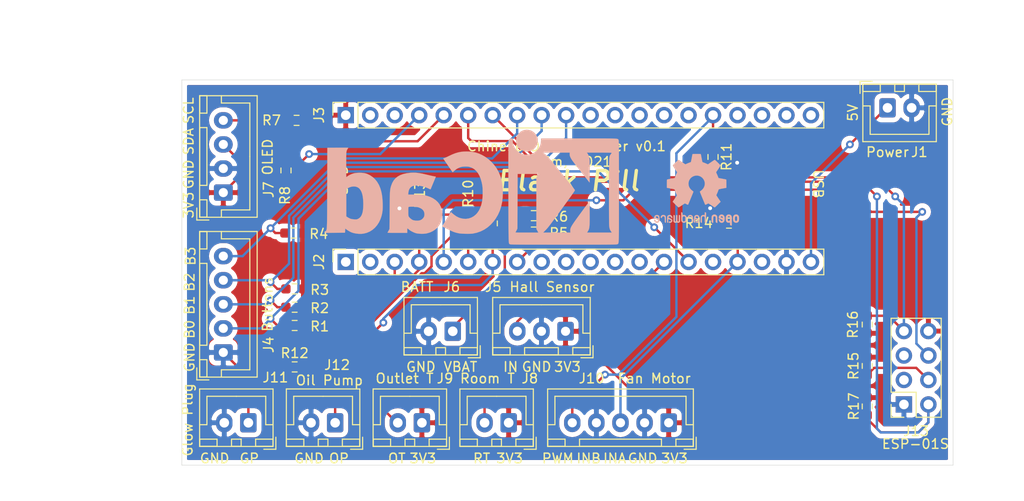
<source format=kicad_pcb>
(kicad_pcb (version 20171130) (host pcbnew "(5.1.9)-1")
  (layers (0 F.Cu signal) (31 B.Cu signal) (34 B.Paste user) (35 F.Paste user) (36 B.SilkS user) (37 F.SilkS user) (38 B.Mask user) (39 F.Mask user) (44 Edge.Cuts user))
  (net 0 "")
  (net 1 GND)
  (net 2 /5V)
  (net 3 "Net-(J2-Pad1)")
  (net 4 /M_INA)
  (net 5 /GP_SIG)
  (net 6 /OP_SIG)
  (net 7 /OT)
  (net 8 /RT)
  (net 9 /VPWR)
  (net 10 "Net-(J2-Pad9)")
  (net 11 "Net-(J2-Pad10)")
  (net 12 "Net-(J2-Pad11)")
  (net 13 "Net-(J2-Pad12)")
  (net 14 "Net-(J2-Pad13)")
  (net 15 /M_RUN)
  (net 16 /BTN0)
  (net 17 "Net-(J2-Pad16)")
  (net 18 "Net-(J2-Pad18)")
  (net 19 "Net-(J3-Pad20)")
  (net 20 "Net-(J3-Pad19)")
  (net 21 "Net-(J3-Pad18)")
  (net 22 "Net-(J3-Pad17)")
  (net 23 /M_PWM)
  (net 24 /PWMR1)
  (net 25 /PWMR2)
  (net 26 "Net-(J3-Pad13)")
  (net 27 "Net-(J3-Pad12)")
  (net 28 "Net-(J3-Pad11)")
  (net 29 /BTN1)
  (net 30 /BTN2)
  (net 31 /BTN3)
  (net 32 /SCL)
  (net 33 /SDA)
  (net 34 "Net-(J3-Pad3)")
  (net 35 "Net-(J3-Pad2)")
  (net 36 /3V3)
  (net 37 /VBAT)
  (net 38 /RST)
  (net 39 /W_RXD)
  (net 40 /W_TXD)
  (net 41 /W_GPIO2)
  (net 42 /W_CH_PD)
  (net 43 /W_GPIO0)
  (net 44 /LED)
  (module Connector_JST:JST_XH_B2B-XH-A_1x02_P2.50mm_Vertical (layer F.Cu) (at 108.1 86.1 180)
    (fp_text reference J6 (at 0.1 4.6) (layer F.SilkS))
    (fp_text value "Battery Mon")
    (pad 1 thru_hole roundrect (at 0 0 180) (size 1.7 2) (drill 1) (layers *.Cu *.Mask) (roundrect_rratio 0.147059) (net 37 /VBAT))
    (pad 2 thru_hole oval (at 2.5 0 180) (size 1.7 2) (drill 1) (layers *.Cu *.Mask) (net 1 GND))
  )
  (module Symbol:OSHW-Logo2_9.8x8mm_SilkScreen (layer B.Cu) (at 133.4 71.4 180)
    (fp_text reference REF** hide)
    (fp_text value OSHW-Logo2_9.8x8mm_SilkScreen hide)
  )
  (module Symbol:KiCad-Logo_12mm_SilkScreen (layer B.Cu) (at 110.1 71.1 180)
    (fp_text reference REF** hide)
    (fp_text value KiCad-Logo_12mm_SilkScreen hide)
  )
  (module Connector_JST:JST_XH_B2B-XH-A_1x02_P2.50mm_Vertical (layer F.Cu) (at 153.2 62.9)
    (fp_text reference J1 (at 3.3 4.6) (layer F.SilkS))
    (fp_text value "5V Power")
    (pad 2 thru_hole oval (at 2.5 0) (size 1.7 2) (drill 1) (layers *.Cu *.Mask) (net 1 GND))
    (pad 1 thru_hole roundrect (at 0 0) (size 1.7 2) (drill 1) (layers *.Cu *.Mask) (roundrect_rratio 0.147059) (net 2 /5V))
  )
  (module Connector_PinSocket_2.54mm:PinSocket_1x20_P2.54mm_Vertical (layer F.Cu) (at 97 78.9 90)
    (fp_text reference J2 (at 0 -2.77 90) (layer F.SilkS))
    (fp_text value "Black Pill Left")
    (pad 1 thru_hole rect (at 0 0 90) (size 1.7 1.7) (drill 1) (layers *.Cu *.Mask) (net 3 "Net-(J2-Pad1)"))
    (pad 2 thru_hole oval (at 0 2.54 90) (size 1.7 1.7) (drill 1) (layers *.Cu *.Mask) (net 44 /LED))
    (pad 3 thru_hole oval (at 0 5.08 90) (size 1.7 1.7) (drill 1) (layers *.Cu *.Mask) (net 5 /GP_SIG))
    (pad 4 thru_hole oval (at 0 7.62 90) (size 1.7 1.7) (drill 1) (layers *.Cu *.Mask) (net 6 /OP_SIG))
    (pad 5 thru_hole oval (at 0 10.16 90) (size 1.7 1.7) (drill 1) (layers *.Cu *.Mask) (net 38 /RST))
    (pad 6 thru_hole oval (at 0 12.7 90) (size 1.7 1.7) (drill 1) (layers *.Cu *.Mask) (net 7 /OT))
    (pad 7 thru_hole oval (at 0 15.24 90) (size 1.7 1.7) (drill 1) (layers *.Cu *.Mask) (net 8 /RT))
    (pad 8 thru_hole oval (at 0 17.78 90) (size 1.7 1.7) (drill 1) (layers *.Cu *.Mask) (net 9 /VPWR))
    (pad 9 thru_hole oval (at 0 20.32 90) (size 1.7 1.7) (drill 1) (layers *.Cu *.Mask) (net 10 "Net-(J2-Pad9)"))
    (pad 10 thru_hole oval (at 0 22.86 90) (size 1.7 1.7) (drill 1) (layers *.Cu *.Mask) (net 11 "Net-(J2-Pad10)"))
    (pad 11 thru_hole oval (at 0 25.4 90) (size 1.7 1.7) (drill 1) (layers *.Cu *.Mask) (net 12 "Net-(J2-Pad11)"))
    (pad 12 thru_hole oval (at 0 27.94 90) (size 1.7 1.7) (drill 1) (layers *.Cu *.Mask) (net 13 "Net-(J2-Pad12)"))
    (pad 13 thru_hole oval (at 0 30.48 90) (size 1.7 1.7) (drill 1) (layers *.Cu *.Mask) (net 14 "Net-(J2-Pad13)"))
    (pad 14 thru_hole oval (at 0 33.02 90) (size 1.7 1.7) (drill 1) (layers *.Cu *.Mask) (net 15 /M_RUN))
    (pad 15 thru_hole oval (at 0 35.56 90) (size 1.7 1.7) (drill 1) (layers *.Cu *.Mask) (net 16 /BTN0))
    (pad 16 thru_hole oval (at 0 38.1 90) (size 1.7 1.7) (drill 1) (layers *.Cu *.Mask) (net 17 "Net-(J2-Pad16)"))
    (pad 17 thru_hole oval (at 0 40.64 90) (size 1.7 1.7) (drill 1) (layers *.Cu *.Mask) (net 4 /M_INA))
    (pad 18 thru_hole oval (at 0 43.18 90) (size 1.7 1.7) (drill 1) (layers *.Cu *.Mask) (net 18 "Net-(J2-Pad18)"))
    (pad 19 thru_hole oval (at 0 45.72 90) (size 1.7 1.7) (drill 1) (layers *.Cu *.Mask) (net 1 GND))
    (pad 20 thru_hole oval (at 0 48.26 90) (size 1.7 1.7) (drill 1) (layers *.Cu *.Mask) (net 2 /5V))
  )
  (module Connector_PinSocket_2.54mm:PinSocket_1x20_P2.54mm_Vertical (layer F.Cu) (at 97 63.66 90)
    (fp_text reference J3 (at 0 -2.77 90) (layer F.SilkS))
    (fp_text value "Black Pill Right")
    (pad 20 thru_hole oval (at 0 48.26 90) (size 1.7 1.7) (drill 1) (layers *.Cu *.Mask) (net 19 "Net-(J3-Pad20)"))
    (pad 19 thru_hole oval (at 0 45.72 90) (size 1.7 1.7) (drill 1) (layers *.Cu *.Mask) (net 20 "Net-(J3-Pad19)"))
    (pad 18 thru_hole oval (at 0 43.18 90) (size 1.7 1.7) (drill 1) (layers *.Cu *.Mask) (net 21 "Net-(J3-Pad18)"))
    (pad 17 thru_hole oval (at 0 40.64 90) (size 1.7 1.7) (drill 1) (layers *.Cu *.Mask) (net 22 "Net-(J3-Pad17)"))
    (pad 16 thru_hole oval (at 0 38.1 90) (size 1.7 1.7) (drill 1) (layers *.Cu *.Mask) (net 23 /M_PWM))
    (pad 15 thru_hole oval (at 0 35.56 90) (size 1.7 1.7) (drill 1) (layers *.Cu *.Mask) (net 24 /PWMR1))
    (pad 14 thru_hole oval (at 0 33.02 90) (size 1.7 1.7) (drill 1) (layers *.Cu *.Mask) (net 25 /PWMR2))
    (pad 13 thru_hole oval (at 0 30.48 90) (size 1.7 1.7) (drill 1) (layers *.Cu *.Mask) (net 26 "Net-(J3-Pad13)"))
    (pad 12 thru_hole oval (at 0 27.94 90) (size 1.7 1.7) (drill 1) (layers *.Cu *.Mask) (net 27 "Net-(J3-Pad12)"))
    (pad 11 thru_hole oval (at 0 25.4 90) (size 1.7 1.7) (drill 1) (layers *.Cu *.Mask) (net 28 "Net-(J3-Pad11)"))
    (pad 10 thru_hole oval (at 0 22.86 90) (size 1.7 1.7) (drill 1) (layers *.Cu *.Mask) (net 29 /BTN1))
    (pad 9 thru_hole oval (at 0 20.32 90) (size 1.7 1.7) (drill 1) (layers *.Cu *.Mask) (net 30 /BTN2))
    (pad 8 thru_hole oval (at 0 17.78 90) (size 1.7 1.7) (drill 1) (layers *.Cu *.Mask) (net 31 /BTN3))
    (pad 7 thru_hole oval (at 0 15.24 90) (size 1.7 1.7) (drill 1) (layers *.Cu *.Mask) (net 39 /W_RXD))
    (pad 6 thru_hole oval (at 0 12.7 90) (size 1.7 1.7) (drill 1) (layers *.Cu *.Mask) (net 40 /W_TXD))
    (pad 5 thru_hole oval (at 0 10.16 90) (size 1.7 1.7) (drill 1) (layers *.Cu *.Mask) (net 32 /SCL))
    (pad 4 thru_hole oval (at 0 7.62 90) (size 1.7 1.7) (drill 1) (layers *.Cu *.Mask) (net 33 /SDA))
    (pad 3 thru_hole oval (at 0 5.08 90) (size 1.7 1.7) (drill 1) (layers *.Cu *.Mask) (net 34 "Net-(J3-Pad3)"))
    (pad 2 thru_hole oval (at 0 2.54 90) (size 1.7 1.7) (drill 1) (layers *.Cu *.Mask) (net 35 "Net-(J3-Pad2)"))
    (pad 1 thru_hole rect (at 0 0 90) (size 1.7 1.7) (drill 1) (layers *.Cu *.Mask) (net 36 /3V3))
  )
  (module Connector_JST:JST_XH_B5B-XH-A_1x05_P2.50mm_Vertical (layer F.Cu) (at 84.3 88.3 90)
    (fp_text reference J4 (at 0.8 4.7 90) (layer F.SilkS))
    (fp_text value Buttons)
    (pad 5 thru_hole oval (at 10 0 90) (size 1.7 1.95) (drill 0.95) (layers *.Cu *.Mask) (net 31 /BTN3))
    (pad 4 thru_hole oval (at 7.5 0 90) (size 1.7 1.95) (drill 0.95) (layers *.Cu *.Mask) (net 30 /BTN2))
    (pad 3 thru_hole oval (at 5 0 90) (size 1.7 1.95) (drill 0.95) (layers *.Cu *.Mask) (net 29 /BTN1))
    (pad 2 thru_hole oval (at 2.5 0 90) (size 1.7 1.95) (drill 0.95) (layers *.Cu *.Mask) (net 16 /BTN0))
    (pad 1 thru_hole roundrect (at 0 0 90) (size 1.7 1.95) (drill 0.95) (layers *.Cu *.Mask) (roundrect_rratio 0.147059) (net 1 GND))
  )
  (module Connector_JST:JST_XH_B3B-XH-A_1x03_P2.50mm_Vertical (layer F.Cu) (at 119.8 86.1 180)
    (fp_text reference J5 (at 7.5 4.6) (layer F.SilkS))
    (fp_text value "Hall Sensor")
    (pad 1 thru_hole roundrect (at 0 0 180) (size 1.7 1.95) (drill 0.95) (layers *.Cu *.Mask) (roundrect_rratio 0.147059) (net 36 /3V3))
    (pad 2 thru_hole oval (at 2.5 0 180) (size 1.7 1.95) (drill 0.95) (layers *.Cu *.Mask) (net 1 GND))
    (pad 3 thru_hole oval (at 5 0 180) (size 1.7 1.95) (drill 0.95) (layers *.Cu *.Mask) (net 15 /M_RUN))
  )
  (module Connector_JST:JST_XH_B4B-XH-A_1x04_P2.50mm_Vertical (layer F.Cu) (at 84.3 71.7 90)
    (fp_text reference J7 (at 0.3 4.7 90) (layer F.SilkS))
    (fp_text value OLED)
    (pad 1 thru_hole roundrect (at 0 0 90) (size 1.7 1.95) (drill 0.95) (layers *.Cu *.Mask) (roundrect_rratio 0.147059) (net 36 /3V3))
    (pad 2 thru_hole oval (at 2.5 0 90) (size 1.7 1.95) (drill 0.95) (layers *.Cu *.Mask) (net 1 GND))
    (pad 3 thru_hole oval (at 5 0 90) (size 1.7 1.95) (drill 0.95) (layers *.Cu *.Mask) (net 33 /SDA))
    (pad 4 thru_hole oval (at 7.5 0 90) (size 1.7 1.95) (drill 0.95) (layers *.Cu *.Mask) (net 32 /SCL))
  )
  (module Connector_JST:JST_XH_B2B-XH-A_1x02_P2.50mm_Vertical (layer F.Cu) (at 113.9 95.6 180)
    (fp_text reference J8 (at -2.2 4.6) (layer F.SilkS))
    (fp_text value "NTC50K Room Temperature")
    (pad 2 thru_hole oval (at 2.5 0 180) (size 1.7 2) (drill 1) (layers *.Cu *.Mask) (net 8 /RT))
    (pad 1 thru_hole roundrect (at 0 0 180) (size 1.7 2) (drill 1) (layers *.Cu *.Mask) (roundrect_rratio 0.147059) (net 36 /3V3))
  )
  (module Connector_JST:JST_XH_B2B-XH-A_1x02_P2.50mm_Vertical (layer F.Cu) (at 104.9 95.6 180)
    (fp_text reference J9 (at -2.4 4.6) (layer F.SilkS))
    (fp_text value "NTC50K Outlet Temperature")
    (pad 1 thru_hole roundrect (at 0 0 180) (size 1.7 2) (drill 1) (layers *.Cu *.Mask) (roundrect_rratio 0.147059) (net 36 /3V3))
    (pad 2 thru_hole oval (at 2.5 0 180) (size 1.7 2) (drill 1) (layers *.Cu *.Mask) (net 7 /OT))
  )
  (module Connector_JST:JST_XH_B5B-XH-A_1x05_P2.50mm_Vertical (layer F.Cu) (at 130.5 95.6 180)
    (fp_text reference J10 (at 8 4.6) (layer F.SilkS))
    (fp_text value Motor)
    (pad 1 thru_hole roundrect (at 0 0 180) (size 1.7 1.95) (drill 0.95) (layers *.Cu *.Mask) (roundrect_rratio 0.147059) (net 36 /3V3))
    (pad 2 thru_hole oval (at 2.5 0 180) (size 1.7 1.95) (drill 0.95) (layers *.Cu *.Mask) (net 1 GND))
    (pad 3 thru_hole oval (at 5 0 180) (size 1.7 1.95) (drill 0.95) (layers *.Cu *.Mask) (net 4 /M_INA))
    (pad 4 thru_hole oval (at 7.5 0 180) (size 1.7 1.95) (drill 0.95) (layers *.Cu *.Mask) (net 1 GND))
    (pad 5 thru_hole oval (at 10 0 180) (size 1.7 1.95) (drill 0.95) (layers *.Cu *.Mask) (net 23 /M_PWM))
  )
  (module Connector_JST:JST_XH_B2B-XH-A_1x02_P2.50mm_Vertical (layer F.Cu) (at 86.9 95.6 180)
    (fp_text reference J11 (at -2.8 4.7) (layer F.SilkS))
    (fp_text value "Glow Plug")
    (pad 2 thru_hole oval (at 2.5 0 180) (size 1.7 2) (drill 1) (layers *.Cu *.Mask) (net 1 GND))
    (pad 1 thru_hole roundrect (at 0 0 180) (size 1.7 2) (drill 1) (layers *.Cu *.Mask) (roundrect_rratio 0.147059) (net 5 /GP_SIG))
  )
  (module Connector_JST:JST_XH_B2B-XH-A_1x02_P2.50mm_Vertical (layer F.Cu) (at 95.9 95.6 180)
    (fp_text reference J12 (at -0.2 6) (layer F.SilkS))
    (fp_text value "Oil Plug")
    (pad 1 thru_hole roundrect (at 0 0 180) (size 1.7 2) (drill 1) (layers *.Cu *.Mask) (roundrect_rratio 0.147059) (net 6 /OP_SIG))
    (pad 2 thru_hole oval (at 2.5 0 180) (size 1.7 2) (drill 1) (layers *.Cu *.Mask) (net 1 GND))
  )
  (module Resistor_SMD:R_0603_1608Metric_Pad0.98x0.95mm_HandSolder (layer F.Cu) (at 91.7 85.5 180)
    (fp_text reference R1 (at -2.6 -0.1) (layer F.SilkS))
    (fp_text value 2K)
    (pad 1 smd roundrect (at -0.9125 0 180) (size 0.975 0.95) (layers F.Cu F.Paste F.Mask) (net 36 /3V3))
    (pad 2 smd roundrect (at 0.9125 0 180) (size 0.975 0.95) (layers F.Cu F.Paste F.Mask) (net 16 /BTN0))
  )
  (module Resistor_SMD:R_0603_1608Metric_Pad0.98x0.95mm_HandSolder (layer F.Cu) (at 91.7 83.6 180)
    (fp_text reference R2 (at -2.6 -0.1) (layer F.SilkS))
    (fp_text value 2K)
    (pad 2 smd roundrect (at 0.9125 0 180) (size 0.975 0.95) (layers F.Cu F.Paste F.Mask) (net 29 /BTN1))
    (pad 1 smd roundrect (at -0.9125 0 180) (size 0.975 0.95) (layers F.Cu F.Paste F.Mask) (net 36 /3V3))
  )
  (module Resistor_SMD:R_0603_1608Metric_Pad0.98x0.95mm_HandSolder (layer F.Cu) (at 91.7 81.7 180)
    (fp_text reference R3 (at -2.6 -0.1) (layer F.SilkS))
    (fp_text value 2K)
    (pad 1 smd roundrect (at -0.9125 0 180) (size 0.975 0.95) (layers F.Cu F.Paste F.Mask) (net 36 /3V3))
    (pad 2 smd roundrect (at 0.9125 0 180) (size 0.975 0.95) (layers F.Cu F.Paste F.Mask) (net 30 /BTN2))
  )
  (module Resistor_SMD:R_0603_1608Metric_Pad0.98x0.95mm_HandSolder (layer F.Cu) (at 91.6 75.9 180)
    (fp_text reference R4 (at -2.6 -0.1) (layer F.SilkS))
    (fp_text value 2K)
    (pad 2 smd roundrect (at 0.9125 0 180) (size 0.975 0.95) (layers F.Cu F.Paste F.Mask) (net 31 /BTN3))
    (pad 1 smd roundrect (at -0.9125 0 180) (size 0.975 0.95) (layers F.Cu F.Paste F.Mask) (net 36 /3V3))
  )
  (module Resistor_SMD:R_0603_1608Metric_Pad0.98x0.95mm_HandSolder (layer F.Cu) (at 116.5 75.8 180)
    (fp_text reference R5 (at -2.6 -0.1) (layer F.SilkS))
    (fp_text value 6.8K)
    (pad 1 smd roundrect (at -0.9125 0 180) (size 0.975 0.95) (layers F.Cu F.Paste F.Mask) (net 9 /VPWR))
    (pad 2 smd roundrect (at 0.9125 0 180) (size 0.975 0.95) (layers F.Cu F.Paste F.Mask) (net 37 /VBAT))
  )
  (module Resistor_SMD:R_0603_1608Metric_Pad0.98x0.95mm_HandSolder (layer F.Cu) (at 116.5 74.1 180)
    (fp_text reference R6 (at -2.6 -0.1) (layer F.SilkS))
    (fp_text value 3.3K)
    (pad 2 smd roundrect (at 0.9125 0 180) (size 0.975 0.95) (layers F.Cu F.Paste F.Mask) (net 1 GND))
    (pad 1 smd roundrect (at -0.9125 0 180) (size 0.975 0.95) (layers F.Cu F.Paste F.Mask) (net 9 /VPWR))
  )
  (module Resistor_SMD:R_0603_1608Metric_Pad0.98x0.95mm_HandSolder (layer F.Cu) (at 91.9 64.2)
    (fp_text reference R7 (at -2.6 0) (layer F.SilkS))
    (fp_text value 1K)
    (pad 1 smd roundrect (at -0.9125 0) (size 0.975 0.95) (layers F.Cu F.Paste F.Mask) (net 32 /SCL))
    (pad 2 smd roundrect (at 0.9125 0) (size 0.975 0.95) (layers F.Cu F.Paste F.Mask) (net 36 /3V3))
  )
  (module Resistor_SMD:R_0603_1608Metric_Pad0.98x0.95mm_HandSolder (layer F.Cu) (at 90.8 69.4 270)
    (fp_text reference R8 (at 2.6 0.1 90) (layer F.SilkS))
    (fp_text value 1K)
    (pad 2 smd roundrect (at 0.9125 0 270) (size 0.975 0.95) (layers F.Cu F.Paste F.Mask) (net 36 /3V3))
    (pad 1 smd roundrect (at -0.9125 0 270) (size 0.975 0.95) (layers F.Cu F.Paste F.Mask) (net 33 /SDA))
  )
  (module Resistor_SMD:R_0603_1608Metric_Pad0.98x0.95mm_HandSolder (layer F.Cu) (at 112.2 74.9 270)
    (fp_text reference R9 (at -2.6 0 90) (layer F.SilkS))
    (fp_text value 51K)
    (pad 1 smd roundrect (at -0.9125 0 270) (size 0.975 0.95) (layers F.Cu F.Paste F.Mask) (net 1 GND))
    (pad 2 smd roundrect (at 0.9125 0 270) (size 0.975 0.95) (layers F.Cu F.Paste F.Mask) (net 8 /RT))
  )
  (module Resistor_SMD:R_0603_1608Metric_Pad0.98x0.95mm_HandSolder (layer F.Cu) (at 109.7 74.9 270)
    (fp_text reference R10 (at -3.1 0 90) (layer F.SilkS))
    (fp_text value 51K)
    (pad 2 smd roundrect (at 0.9125 0 270) (size 0.975 0.95) (layers F.Cu F.Paste F.Mask) (net 7 /OT))
    (pad 1 smd roundrect (at -0.9125 0 270) (size 0.975 0.95) (layers F.Cu F.Paste F.Mask) (net 1 GND))
  )
  (module Resistor_SMD:R_0603_1608Metric_Pad0.98x0.95mm_HandSolder (layer F.Cu) (at 135.1 68 90)
    (fp_text reference R11 (at 0 1.4 90) (layer F.SilkS))
    (fp_text value 2K)
    (pad 2 smd roundrect (at 0.9125 0 90) (size 0.975 0.95) (layers F.Cu F.Paste F.Mask) (net 23 /M_PWM))
    (pad 1 smd roundrect (at -0.9125 0 90) (size 0.975 0.95) (layers F.Cu F.Paste F.Mask) (net 1 GND))
  )
  (module Resistor_SMD:R_0603_1608Metric_Pad0.98x0.95mm_HandSolder (layer F.Cu) (at 91.7 89.8)
    (fp_text reference R12 (at 0 -1.43) (layer F.SilkS))
    (fp_text value 2K)
    (pad 2 smd roundrect (at 0.9125 0) (size 0.975 0.95) (layers F.Cu F.Paste F.Mask) (net 5 /GP_SIG))
    (pad 1 smd roundrect (at -0.9125 0) (size 0.975 0.95) (layers F.Cu F.Paste F.Mask) (net 1 GND))
  )
  (module Resistor_SMD:R_0603_1608Metric_Pad0.98x0.95mm_HandSolder (layer F.Cu) (at 104.6 74.9 270)
    (fp_text reference R13 (at -3 -0.1 90) (layer F.SilkS))
    (fp_text value 2K)
    (pad 1 smd roundrect (at -0.9125 0 270) (size 0.975 0.95) (layers F.Cu F.Paste F.Mask) (net 1 GND))
    (pad 2 smd roundrect (at 0.9125 0 270) (size 0.975 0.95) (layers F.Cu F.Paste F.Mask) (net 6 /OP_SIG))
  )
  (module Resistor_SMD:R_0603_1608Metric_Pad0.98x0.95mm_HandSolder (layer F.Cu) (at 136.75 74.87)
    (fp_text reference R14 (at -3.13 0) (layer F.SilkS))
    (fp_text value 2K)
    (pad 1 smd roundrect (at -0.9125 0) (size 0.975 0.95) (layers F.Cu F.Paste F.Mask) (net 1 GND))
    (pad 2 smd roundrect (at 0.9125 0) (size 0.975 0.95) (layers F.Cu F.Paste F.Mask) (net 4 /M_INA))
  )
  (module Connector_PinSocket_2.54mm:PinSocket_2x04_P2.54mm_Vertical (layer F.Cu) (at 154.9 93.7 180)
    (fp_text reference J13 (at -1.27 -2.77) (layer F.SilkS))
    (fp_text value ESP-01S)
    (pad 1 thru_hole rect (at 0 0 180) (size 1.7 1.7) (drill 1) (layers *.Cu *.Mask) (net 1 GND))
    (pad 2 thru_hole oval (at -2.54 0 180) (size 1.7 1.7) (drill 1) (layers *.Cu *.Mask) (net 40 /W_TXD))
    (pad 3 thru_hole oval (at 0 2.54 180) (size 1.7 1.7) (drill 1) (layers *.Cu *.Mask) (net 41 /W_GPIO2))
    (pad 4 thru_hole oval (at -2.54 2.54 180) (size 1.7 1.7) (drill 1) (layers *.Cu *.Mask) (net 42 /W_CH_PD))
    (pad 5 thru_hole oval (at 0 5.08 180) (size 1.7 1.7) (drill 1) (layers *.Cu *.Mask) (net 43 /W_GPIO0))
    (pad 6 thru_hole oval (at -2.54 5.08 180) (size 1.7 1.7) (drill 1) (layers *.Cu *.Mask) (net 38 /RST))
    (pad 7 thru_hole oval (at 0 7.62 180) (size 1.7 1.7) (drill 1) (layers *.Cu *.Mask) (net 39 /W_RXD))
    (pad 8 thru_hole oval (at -2.54 7.62 180) (size 1.7 1.7) (drill 1) (layers *.Cu *.Mask) (net 36 /3V3))
  )
  (module Resistor_SMD:R_0603_1608Metric_Pad0.98x0.95mm_HandSolder (layer F.Cu) (at 151.1 89.7 90)
    (fp_text reference R15 (at 0 -1.43 90) (layer F.SilkS))
    (fp_text value 2K)
    (pad 1 smd roundrect (at -0.9125 0 90) (size 0.975 0.95) (layers F.Cu F.Paste F.Mask) (net 42 /W_CH_PD))
    (pad 2 smd roundrect (at 0.9125 0 90) (size 0.975 0.95) (layers F.Cu F.Paste F.Mask) (net 36 /3V3))
  )
  (module Resistor_SMD:R_0603_1608Metric_Pad0.98x0.95mm_HandSolder (layer F.Cu) (at 151.1 85.4 270)
    (fp_text reference R16 (at 0 1.5 90) (layer F.SilkS))
    (fp_text value 100K)
    (pad 2 smd roundrect (at 0.9125 0 270) (size 0.975 0.95) (layers F.Cu F.Paste F.Mask) (net 36 /3V3))
    (pad 1 smd roundrect (at -0.9125 0 270) (size 0.975 0.95) (layers F.Cu F.Paste F.Mask) (net 39 /W_RXD))
  )
  (module Resistor_SMD:R_0603_1608Metric_Pad0.98x0.95mm_HandSolder (layer F.Cu) (at 151.1 93.9 90)
    (fp_text reference R17 (at 0 -1.4 90) (layer F.SilkS))
    (fp_text value 100K)
    (pad 1 smd roundrect (at -0.9125 0 90) (size 0.975 0.95) (layers F.Cu F.Paste F.Mask) (net 40 /W_TXD))
    (pad 2 smd roundrect (at 0.9125 0 90) (size 0.975 0.95) (layers F.Cu F.Paste F.Mask) (net 36 /3V3))
  )
  (gr_text ESP-01S (at 156.1 97.8) (layer F.SilkS) (effects (font (size 1 1))))
  (gr_text VBAT (at 108.9 89.8) (layer F.SilkS) (effects (font (size 1 1))))
  (gr_text GND (at 104.8 89.8) (layer F.SilkS) (effects (font (size 1 1))))
  (gr_text IN (at 114.1 89.8) (layer F.SilkS) (effects (font (size 1 1))))
  (gr_text GND (at 116.8 89.8) (layer F.SilkS) (effects (font (size 1 1))))
  (gr_text 3V3 (at 120 89.8) (layer F.SilkS) (effects (font (size 1 1))))
  (gr_text GND (at 159.4 63.3 90) (layer F.SilkS) (effects (font (size 1 1))))
  (gr_text 5V (at 149.6 63.4 90) (layer F.SilkS) (effects (font (size 1 1))))
  (gr_text Power (at 153.2 67.5) (layer F.SilkS) (effects (font (size 1 1))))
  (gr_text "Hall Sensor" (at 118.4 81.5) (layer F.SilkS) (effects (font (size 1 1))))
  (gr_text BATT (at 104.4 81.5) (layer F.SilkS) (effects (font (size 1 1))))
  (gr_text PWM (at 119 99.3) (layer F.SilkS) (effects (font (size 1 1))))
  (gr_text INB (at 122.2 99.3) (layer F.SilkS) (effects (font (size 1 1))))
  (gr_text INA (at 124.9 99.3) (layer F.SilkS) (effects (font (size 1 1))))
  (gr_text GND (at 127.8 99.3) (layer F.SilkS) (effects (font (size 1 1))))
  (gr_text 3V3 (at 131.1 99.3) (layer F.SilkS) (effects (font (size 1 1))))
  (gr_text RT (at 111.1 99.3) (layer F.SilkS) (effects (font (size 1 1))))
  (gr_text 3V3 (at 114 99.3) (layer F.SilkS) (effects (font (size 1 1))))
  (gr_text 3V3 (at 105 99.3) (layer F.SilkS) (effects (font (size 1 1))))
  (gr_text OT (at 102.3 99.3) (layer F.SilkS) (effects (font (size 1 1))))
  (gr_text OP (at 96.3 99.3) (layer F.SilkS) (effects (font (size 1 1))))
  (gr_text GND (at 93.2 99.3) (layer F.SilkS) (effects (font (size 1 1))))
  (gr_text GP (at 87 99.3) (layer F.SilkS) (effects (font (size 1 1))))
  (gr_text GND (at 83.4 99.3) (layer F.SilkS) (effects (font (size 1 1))))
  (gr_text "Fan Motor" (at 129 91) (layer F.SilkS) (effects (font (size 1 1))))
  (gr_text "Room T" (at 111.7 91) (layer F.SilkS) (effects (font (size 1 1))))
  (gr_text "Outlet T" (at 103.1 91) (layer F.SilkS) (effects (font (size 1 1))))
  (gr_text "Oil Pump" (at 95.3 91.2) (layer F.SilkS) (effects (font (size 1 1))))
  (gr_text "Glow Plug" (at 80.6 95.3 90) (layer F.SilkS) (effects (font (size 1 1))))
  (gr_text GND (at 80.8 88.8 90) (layer F.SilkS) (effects (font (size 1 1))))
  (gr_text B0 (at 80.8 85.9 90) (layer F.SilkS) (effects (font (size 1 1))))
  (gr_text B1 (at 80.8 83.4 90) (layer F.SilkS) (effects (font (size 1 1))))
  (gr_text B2 (at 80.8 81 90) (layer F.SilkS) (effects (font (size 1 1))))
  (gr_text B3 (at 80.9 78.3 90) (layer F.SilkS) (effects (font (size 1 1))))
  (gr_text Buttons (at 88.9 83.3 90) (layer F.SilkS) (effects (font (size 1 1))))
  (gr_text 3V3 (at 80.7 73 90) (layer F.SilkS) (effects (font (size 1 1))))
  (gr_text GND (at 80.7 69.8 90) (layer F.SilkS) (effects (font (size 1 1))))
  (gr_text SDA (at 80.7 66.4 90) (layer F.SilkS) (effects (font (size 1 1))))
  (gr_text SCL (at 80.7 63.2 90) (layer F.SilkS) (effects (font (size 1 1))))
  (gr_text OLED (at 88.9 68 90) (layer F.SilkS) (effects (font (size 1 1))))
  (gr_text "Chinese Diesel Heater v0.1\nH.Kim, 2021" (at 119.9 67.7) (layer F.SilkS) (effects (font (size 1 1))))
  (gr_text USB (at 146 70.8 -90) (layer F.SilkS) (effects (font (size 1 1))))
  (gr_text SWD (at 96.7 70.4 90) (layer F.SilkS) (effects (font (size 1 1))))
  (gr_text "Black Pill" (at 120.1 70.5) (layer F.SilkS) (effects (font (size 2 2) (thickness 0.35) italic)))
  (gr_line (start 80 60) (end 80 100) (layer Edge.Cuts) (width 0.05))
  (gr_line (start 160 60) (end 80 60) (layer Edge.Cuts) (width 0.05))
  (gr_line (start 160 100) (end 160 60) (layer Edge.Cuts) (width 0.05))
  (gr_line (start 80 100) (end 160 100) (layer Edge.Cuts) (width 0.05))
  (segment (start 85.8 89.8) (end 84.3 88.3) (width 0.25) (layer F.Cu) (net 1))
  (segment (start 90.7875 89.8) (end 85.8 89.8) (width 0.25) (layer F.Cu) (net 1))
  (segment (start 104.6 73.9875) (end 109.7 73.9875) (width 0.25) (layer F.Cu) (net 1))
  (segment (start 109.7 73.9875) (end 112.2 73.9875) (width 0.25) (layer F.Cu) (net 1))
  (segment (start 112.3125 74.1) (end 112.2 73.9875) (width 0.25) (layer F.Cu) (net 1))
  (segment (start 115.5875 74.1) (end 112.3125 74.1) (width 0.25) (layer F.Cu) (net 1))
  (segment (start 117.3 86.1) (end 117.3 88.1) (width 0.25) (layer F.Cu) (net 1))
  (segment (start 117.3 88.1) (end 118.8 89.6) (width 0.25) (layer F.Cu) (net 1))
  (segment (start 128 93.626998) (end 128 95.6) (width 0.25) (layer F.Cu) (net 1))
  (segment (start 123.973002 89.6) (end 128 93.626998) (width 0.25) (layer F.Cu) (net 1))
  (segment (start 118.8 89.6) (end 123.973002 89.6) (width 0.25) (layer F.Cu) (net 1))
  (segment (start 135.1 68.9125) (end 137.2875 68.9125) (width 0.25) (layer F.Cu) (net 1))
  (segment (start 137.2875 68.9125) (end 137.6 68.6) (width 0.25) (layer F.Cu) (net 1))
  (via (at 137.6 68.6) (size 0.8) (drill 0.4) (layers F.Cu B.Cu) (net 1))
  (segment (start 104.6 73.9875) (end 103.2175 73.9875) (width 0.25) (layer F.Cu) (net 1))
  (segment (start 103.2175 73.9875) (end 102.57 73.34) (width 0.25) (layer F.Cu) (net 1))
  (via (at 102.57 73.34) (size 0.8) (drill 0.4) (layers F.Cu B.Cu) (net 1))
  (segment (start 135.8375 74.87) (end 135.8375 74.3575) (width 0.25) (layer F.Cu) (net 1))
  (segment (start 135.8375 74.3575) (end 134.8 73.32) (width 0.25) (layer F.Cu) (net 1))
  (via (at 134.8 73.32) (size 0.8) (drill 0.4) (layers F.Cu B.Cu) (net 1))
  (via (at 149.3 66.7) (size 0.8) (drill 0.4) (layers F.Cu B.Cu) (net 2))
  (segment (start 145.26 70.74) (end 149.3 66.7) (width 0.25) (layer B.Cu) (net 2))
  (segment (start 145.26 78.9) (end 145.26 70.74) (width 0.25) (layer B.Cu) (net 2))
  (segment (start 153.1 62.9) (end 149.3 66.7) (width 0.25) (layer F.Cu) (net 2))
  (segment (start 153.2 62.9) (end 153.1 62.9) (width 0.25) (layer F.Cu) (net 2))
  (segment (start 125.5 95.6) (end 125.5 91.03641) (width 0.25) (layer B.Cu) (net 4))
  (segment (start 137.63641 78.9) (end 137.64 78.9) (width 0.25) (layer B.Cu) (net 4))
  (segment (start 125.5 91.03641) (end 137.63641 78.9) (width 0.25) (layer B.Cu) (net 4))
  (segment (start 137.6625 78.8775) (end 137.64 78.9) (width 0.25) (layer F.Cu) (net 4))
  (segment (start 137.6625 74.87) (end 137.6625 78.8775) (width 0.25) (layer F.Cu) (net 4))
  (segment (start 86.9 95.6) (end 86.9 93.4) (width 0.25) (layer F.Cu) (net 5))
  (segment (start 86.9 93.4) (end 89.2 91.1) (width 0.25) (layer F.Cu) (net 5))
  (segment (start 91.3125 91.1) (end 92.6125 89.8) (width 0.25) (layer F.Cu) (net 5))
  (segment (start 89.2 91.1) (end 91.3125 91.1) (width 0.25) (layer F.Cu) (net 5))
  (segment (start 102.08 81.593002) (end 102.08 78.9) (width 0.25) (layer F.Cu) (net 5))
  (segment (start 93.873002 89.8) (end 102.08 81.593002) (width 0.25) (layer F.Cu) (net 5))
  (segment (start 92.6125 89.8) (end 93.873002 89.8) (width 0.25) (layer F.Cu) (net 5))
  (segment (start 95.9 95.6) (end 95.9 88.409412) (width 0.25) (layer F.Cu) (net 6))
  (segment (start 104.62 79.689412) (end 104.62 78.9) (width 0.25) (layer F.Cu) (net 6))
  (segment (start 95.9 88.409412) (end 104.62 79.689412) (width 0.25) (layer F.Cu) (net 6))
  (segment (start 104.62 75.8325) (end 104.6 75.8125) (width 0.25) (layer F.Cu) (net 6))
  (segment (start 104.62 78.9) (end 104.62 75.8325) (width 0.25) (layer F.Cu) (net 6))
  (segment (start 102.4 95.6) (end 102.3 95.6) (width 0.25) (layer F.Cu) (net 7))
  (segment (start 102.3 95.6) (end 96.35001 89.65001) (width 0.25) (layer F.Cu) (net 7))
  (segment (start 96.35001 89.65001) (end 96.35001 88.595812) (width 0.25) (layer F.Cu) (net 7))
  (segment (start 105.184001 80.075001) (end 105.9 79.359002) (width 0.25) (layer F.Cu) (net 7))
  (segment (start 104.870821 80.075001) (end 105.184001 80.075001) (width 0.25) (layer F.Cu) (net 7))
  (segment (start 96.35001 88.595812) (end 104.870821 80.075001) (width 0.25) (layer F.Cu) (net 7))
  (segment (start 105.9 79.359002) (end 105.9 78.3) (width 0.25) (layer F.Cu) (net 7))
  (segment (start 108.3875 75.8125) (end 109.7 75.8125) (width 0.25) (layer F.Cu) (net 7))
  (segment (start 105.9 78.3) (end 108.3875 75.8125) (width 0.25) (layer F.Cu) (net 7))
  (segment (start 109.7 78.9) (end 109.7 75.8125) (width 0.25) (layer F.Cu) (net 7))
  (segment (start 112.24 75.9525) (end 112.2 75.9125) (width 0.25) (layer F.Cu) (net 8))
  (segment (start 111.9 79.24) (end 112.24 78.9) (width 0.25) (layer B.Cu) (net 8))
  (segment (start 112.24 75.8525) (end 112.2 75.8125) (width 0.25) (layer F.Cu) (net 8))
  (segment (start 112.24 78.9) (end 112.24 75.8525) (width 0.25) (layer F.Cu) (net 8))
  (segment (start 112.24 78.9) (end 112.24 80.16) (width 0.25) (layer B.Cu) (net 8))
  (segment (start 112.24 80.16) (end 111.1 81.3) (width 0.25) (layer B.Cu) (net 8))
  (segment (start 111.1 81.3) (end 104.4 81.3) (width 0.25) (layer B.Cu) (net 8))
  (segment (start 104.4 81.3) (end 100.9 84.8) (width 0.25) (layer B.Cu) (net 8))
  (via (at 100.9 85.2) (size 0.8) (drill 0.4) (layers F.Cu B.Cu) (net 8))
  (segment (start 100.9 84.8) (end 100.9 85.2) (width 0.25) (layer B.Cu) (net 8))
  (segment (start 100.9 85.2) (end 97.2 88.9) (width 0.25) (layer F.Cu) (net 8))
  (segment (start 97.2 88.9) (end 97.2 89.86359) (width 0.25) (layer F.Cu) (net 8))
  (segment (start 97.2 89.86359) (end 98.13641 90.8) (width 0.25) (layer F.Cu) (net 8))
  (segment (start 98.13641 90.8) (end 110.1 90.8) (width 0.25) (layer F.Cu) (net 8))
  (segment (start 111.4 92.1) (end 111.4 95.6) (width 0.25) (layer F.Cu) (net 8))
  (segment (start 110.1 90.8) (end 111.4 92.1) (width 0.25) (layer F.Cu) (net 8))
  (segment (start 117.4125 76.2675) (end 117.4125 75.8) (width 0.25) (layer F.Cu) (net 9))
  (segment (start 114.78 78.9) (end 117.4125 76.2675) (width 0.25) (layer F.Cu) (net 9))
  (segment (start 117.4125 75.8) (end 117.4125 74.1) (width 0.25) (layer F.Cu) (net 9))
  (segment (start 114.8 86.1) (end 114.8 85.1) (width 0.25) (layer F.Cu) (net 15))
  (segment (start 114.8 85.1) (end 118.2 81.7) (width 0.25) (layer F.Cu) (net 15))
  (segment (start 127.22 81.7) (end 130.02 78.9) (width 0.25) (layer F.Cu) (net 15))
  (segment (start 118.2 81.7) (end 127.22 81.7) (width 0.25) (layer F.Cu) (net 15))
  (segment (start 90.7875 85.5) (end 89.9 85.5) (width 0.25) (layer F.Cu) (net 16))
  (segment (start 89.9 85.5) (end 89.3 84.9) (width 0.25) (layer F.Cu) (net 16))
  (via (at 89.2 84.8) (size 0.8) (drill 0.4) (layers F.Cu B.Cu) (net 16))
  (segment (start 89.3 84.9) (end 89.2 84.8) (width 0.25) (layer F.Cu) (net 16))
  (segment (start 89.2 84.8) (end 92.1 81.9) (width 0.25) (layer B.Cu) (net 16))
  (segment (start 92.1 81.9) (end 92.1 74.5) (width 0.25) (layer B.Cu) (net 16))
  (segment (start 92.1 74.5) (end 92.1 74.40923) (width 0.25) (layer B.Cu) (net 16))
  (segment (start 92.1 74.40923) (end 97.00919 69.50004) (width 0.25) (layer B.Cu) (net 16))
  (segment (start 97.00919 69.50004) (end 123.20004 69.50004) (width 0.25) (layer B.Cu) (net 16))
  (via (at 129 75.3) (size 0.8) (drill 0.4) (layers F.Cu B.Cu) (net 16))
  (segment (start 123.20004 69.50004) (end 129 75.3) (width 0.25) (layer B.Cu) (net 16))
  (segment (start 132.56 78.86) (end 132.56 78.9) (width 0.25) (layer F.Cu) (net 16))
  (segment (start 129 75.3) (end 132.56 78.86) (width 0.25) (layer F.Cu) (net 16))
  (segment (start 88.2 85.8) (end 89.2 84.8) (width 0.25) (layer B.Cu) (net 16))
  (segment (start 84.3 85.8) (end 88.2 85.8) (width 0.25) (layer B.Cu) (net 16))
  (segment (start 120.5 95.6) (end 120.5 94) (width 0.25) (layer F.Cu) (net 23))
  (segment (start 120.5 94) (end 123.9 90.6) (width 0.25) (layer F.Cu) (net 23))
  (via (at 123.9 90.6) (size 0.8) (drill 0.4) (layers F.Cu B.Cu) (net 23))
  (segment (start 135.1 67.0875) (end 135.1 63.66) (width 0.25) (layer F.Cu) (net 23))
  (segment (start 135.1 63.81) (end 135.1 63.66) (width 0.25) (layer B.Cu) (net 23))
  (segment (start 131.3 67.61) (end 135.1 63.81) (width 0.25) (layer B.Cu) (net 23))
  (segment (start 131.3 84.6) (end 131.3 67.61) (width 0.25) (layer B.Cu) (net 23))
  (segment (start 125.3 90.6) (end 131.3 84.6) (width 0.25) (layer B.Cu) (net 23))
  (segment (start 123.9 90.6) (end 125.3 90.6) (width 0.25) (layer B.Cu) (net 23))
  (segment (start 90.7875 83.6) (end 89.9 83.6) (width 0.25) (layer F.Cu) (net 29))
  (segment (start 89.9 83.6) (end 89.2 82.9) (width 0.25) (layer F.Cu) (net 29))
  (via (at 89.2 82.9) (size 0.8) (drill 0.4) (layers F.Cu B.Cu) (net 29))
  (segment (start 88.800001 83.299999) (end 89.2 82.9) (width 0.25) (layer B.Cu) (net 29))
  (segment (start 84.3 83.3) (end 88.800001 83.299999) (width 0.25) (layer B.Cu) (net 29))
  (segment (start 116.84997 69.05003) (end 119.86 66.04) (width 0.25) (layer B.Cu) (net 29))
  (segment (start 96.82279 69.05003) (end 116.84997 69.05003) (width 0.25) (layer B.Cu) (net 29))
  (segment (start 119.86 66.04) (end 119.86 63.66) (width 0.25) (layer B.Cu) (net 29))
  (segment (start 91.568215 74.304605) (end 96.82279 69.05003) (width 0.25) (layer B.Cu) (net 29))
  (segment (start 91.568214 80.531786) (end 91.568215 74.304605) (width 0.25) (layer B.Cu) (net 29))
  (segment (start 89.2 82.9) (end 91.568214 80.531786) (width 0.25) (layer B.Cu) (net 29))
  (segment (start 90.7875 81.7) (end 89.9 81.7) (width 0.25) (layer F.Cu) (net 30))
  (via (at 89.2 81) (size 0.8) (drill 0.4) (layers F.Cu B.Cu) (net 30))
  (segment (start 89.9 81.7) (end 89.2 81) (width 0.25) (layer F.Cu) (net 30))
  (segment (start 89 80.8) (end 89.2 81) (width 0.25) (layer B.Cu) (net 30))
  (segment (start 84.3 80.8) (end 89 80.8) (width 0.25) (layer B.Cu) (net 30))
  (segment (start 117.32 65.3) (end 117.32 63.66) (width 0.25) (layer B.Cu) (net 30))
  (segment (start 114.01998 68.60002) (end 117.32 65.3) (width 0.25) (layer B.Cu) (net 30))
  (segment (start 91.118205 74.118205) (end 96.63639 68.60002) (width 0.25) (layer B.Cu) (net 30))
  (segment (start 91.118205 79.081795) (end 91.118205 74.118205) (width 0.25) (layer B.Cu) (net 30))
  (segment (start 96.63639 68.60002) (end 114.01998 68.60002) (width 0.25) (layer B.Cu) (net 30))
  (segment (start 89.2 81) (end 91.118205 79.081795) (width 0.25) (layer B.Cu) (net 30))
  (segment (start 90.6875 75.9) (end 89.7 75.9) (width 0.25) (layer F.Cu) (net 31))
  (segment (start 89.7 75.9) (end 89.2 75.4) (width 0.25) (layer F.Cu) (net 31))
  (via (at 89.2 75.4) (size 0.8) (drill 0.4) (layers F.Cu B.Cu) (net 31))
  (segment (start 86.3 78.3) (end 89.2 75.4) (width 0.25) (layer B.Cu) (net 31))
  (segment (start 84.3 78.3) (end 86.3 78.3) (width 0.25) (layer B.Cu) (net 31))
  (segment (start 114.78 65.56) (end 114.78 63.66) (width 0.25) (layer B.Cu) (net 31))
  (segment (start 112.18999 68.15001) (end 114.78 65.56) (width 0.25) (layer B.Cu) (net 31))
  (segment (start 96.44999 68.15001) (end 112.18999 68.15001) (width 0.25) (layer B.Cu) (net 31))
  (segment (start 89.2 75.4) (end 96.44999 68.15001) (width 0.25) (layer B.Cu) (net 31))
  (segment (start 90.9875 64.2) (end 84.3 64.2) (width 0.25) (layer F.Cu) (net 32))
  (segment (start 107.16 63.66) (end 104.45 66.37) (width 0.25) (layer F.Cu) (net 32))
  (segment (start 104.45 66.37) (end 91.98 66.37) (width 0.25) (layer F.Cu) (net 32))
  (segment (start 90.9875 65.3775) (end 90.9875 64.2) (width 0.25) (layer F.Cu) (net 32))
  (segment (start 91.98 66.37) (end 90.9875 65.3775) (width 0.25) (layer F.Cu) (net 32))
  (segment (start 86.0875 68.4875) (end 84.3 66.7) (width 0.25) (layer F.Cu) (net 33))
  (segment (start 90.8 68.4875) (end 86.0875 68.4875) (width 0.25) (layer F.Cu) (net 33))
  (segment (start 90.8 68.4875) (end 92.4125 68.4875) (width 0.25) (layer F.Cu) (net 33))
  (segment (start 92.4125 68.4875) (end 93.2 67.7) (width 0.25) (layer F.Cu) (net 33))
  (via (at 93.2 67.7) (size 0.8) (drill 0.4) (layers F.Cu B.Cu) (net 33))
  (segment (start 100.58 67.7) (end 93.2 67.7) (width 0.25) (layer B.Cu) (net 33))
  (segment (start 104.62 63.66) (end 100.58 67.7) (width 0.25) (layer B.Cu) (net 33))
  (segment (start 93.1125 63.9) (end 92.8125 64.2) (width 0.25) (layer F.Cu) (net 36))
  (segment (start 85.6875 70.3125) (end 84.3 71.7) (width 0.25) (layer F.Cu) (net 36))
  (segment (start 90.8 70.3125) (end 85.6875 70.3125) (width 0.25) (layer F.Cu) (net 36))
  (segment (start 115.5875 75.8) (end 113.5 77.8875) (width 0.25) (layer F.Cu) (net 37))
  (segment (start 113.5 77.8875) (end 113.5 80.3) (width 0.25) (layer F.Cu) (net 37))
  (segment (start 108.1 85.7) (end 108.1 86.1) (width 0.25) (layer F.Cu) (net 37))
  (segment (start 113.5 80.3) (end 108.1 85.7) (width 0.25) (layer F.Cu) (net 37))
  (segment (start 107.16 78.9) (end 107.16 73.44) (width 0.25) (layer B.Cu) (net 38))
  (segment (start 107.16 73.44) (end 108.1 72.5) (width 0.25) (layer B.Cu) (net 38))
  (segment (start 108.1 72.5) (end 123 72.5) (width 0.25) (layer B.Cu) (net 38))
  (via (at 123 72.5) (size 0.8) (drill 0.4) (layers F.Cu B.Cu) (net 38))
  (segment (start 123 72.5) (end 125.80002 72.5) (width 0.25) (layer F.Cu) (net 38))
  (segment (start 125.80002 72.5) (end 126.9 71.40002) (width 0.25) (layer F.Cu) (net 38))
  (segment (start 126.9 71.40002) (end 149.20002 71.40002) (width 0.25) (layer F.Cu) (net 38))
  (segment (start 149.20002 71.40002) (end 151.5 73.7) (width 0.25) (layer F.Cu) (net 38))
  (via (at 156.8 73.7) (size 0.8) (drill 0.4) (layers F.Cu B.Cu) (net 38))
  (segment (start 151.5 73.7) (end 156.8 73.7) (width 0.25) (layer F.Cu) (net 38))
  (segment (start 156.2 74.3) (end 156.8 73.7) (width 0.25) (layer B.Cu) (net 38))
  (segment (start 156.2 87.38) (end 156.2 74.3) (width 0.25) (layer B.Cu) (net 38))
  (segment (start 157.44 88.62) (end 156.2 87.38) (width 0.25) (layer B.Cu) (net 38))
  (segment (start 112.6125 64.2725) (end 112.24 63.9) (width 0.25) (layer F.Cu) (net 39))
  (via (at 154 72.1) (size 0.8) (drill 0.4) (layers F.Cu B.Cu) (net 39))
  (segment (start 153.3075 84.4875) (end 154.9 86.08) (width 0.25) (layer F.Cu) (net 39))
  (segment (start 151.1 84.4875) (end 153.3075 84.4875) (width 0.25) (layer F.Cu) (net 39))
  (segment (start 154.9 73) (end 154 72.1) (width 0.25) (layer B.Cu) (net 39))
  (segment (start 154.9 86.08) (end 154.9 73) (width 0.25) (layer B.Cu) (net 39))
  (segment (start 112.24 63.66) (end 118.7 70.12) (width 0.25) (layer F.Cu) (net 39))
  (segment (start 152.02 70.12) (end 154 72.1) (width 0.25) (layer F.Cu) (net 39))
  (segment (start 118.7 70.12) (end 152.02 70.12) (width 0.25) (layer F.Cu) (net 39))
  (segment (start 109.3 64.3) (end 109.7 63.9) (width 0.25) (layer F.Cu) (net 40))
  (segment (start 157.44 93.44) (end 157.44 93.7) (width 0.25) (layer F.Cu) (net 40))
  (via (at 152.1 72.1) (size 0.8) (drill 0.4) (layers F.Cu B.Cu) (net 40))
  (segment (start 152.1 72.1) (end 152.1 96.2) (width 0.25) (layer B.Cu) (net 40))
  (segment (start 152.1 96.2) (end 152.5 96.6) (width 0.25) (layer B.Cu) (net 40))
  (segment (start 152.5 96.6) (end 156.4 96.6) (width 0.25) (layer B.Cu) (net 40))
  (segment (start 157.44 95.56) (end 157.44 93.7) (width 0.25) (layer B.Cu) (net 40))
  (segment (start 156.4 96.6) (end 157.44 95.56) (width 0.25) (layer B.Cu) (net 40))
  (segment (start 151.1 94.8125) (end 151.1 95.2) (width 0.25) (layer F.Cu) (net 40))
  (segment (start 151.1 95.2) (end 152.5 96.6) (width 0.25) (layer F.Cu) (net 40))
  (segment (start 152.5 96.6) (end 156.4 96.6) (width 0.25) (layer F.Cu) (net 40))
  (segment (start 157.44 95.56) (end 157.44 93.7) (width 0.25) (layer F.Cu) (net 40))
  (segment (start 156.4 96.6) (end 157.44 95.56) (width 0.25) (layer F.Cu) (net 40))
  (segment (start 152.1 72.1) (end 150.57001 70.57001) (width 0.25) (layer F.Cu) (net 40))
  (segment (start 150.57001 70.57001) (end 118.513599 70.570009) (width 0.25) (layer F.Cu) (net 40))
  (segment (start 118.513599 70.570009) (end 114.29359 66.35) (width 0.25) (layer F.Cu) (net 40))
  (segment (start 114.29359 66.35) (end 110.02 66.35) (width 0.25) (layer F.Cu) (net 40))
  (segment (start 109.7 66.03) (end 109.7 63.66) (width 0.25) (layer F.Cu) (net 40))
  (segment (start 110.02 66.35) (end 109.7 66.03) (width 0.25) (layer F.Cu) (net 40))
  (segment (start 151.1 90.6125) (end 151.8125 89.9) (width 0.25) (layer F.Cu) (net 42))
  (segment (start 156.18 89.9) (end 157.44 91.16) (width 0.25) (layer F.Cu) (net 42))
  (segment (start 151.8125 89.9) (end 156.18 89.9) (width 0.25) (layer F.Cu) (net 42))
  (zone (net 1) (net_name GND) (layer B.Cu) (connect_pads (clearance 0.508)) (min_thickness 0.254) (fill yes (arc_segments 32) (thermal_gap 0.508) (thermal_bridge_width 0.508))
    (polygon (pts (xy 159.5 60.5) (xy 159.5 99.5) (xy 80.5 99.5) (xy 80.5 60.5)))
  )
  (zone (net 36) (net_name /3V3) (layer F.Cu) (connect_pads (clearance 0.508)) (min_thickness 0.254) (fill yes (arc_segments 32) (thermal_gap 0.508) (thermal_bridge_width 0.508))
    (polygon (pts (xy 159.5 60.5) (xy 159.5 99.5) (xy 80.5 99.5) (xy 80.5 60.5)))
  )
)
</source>
